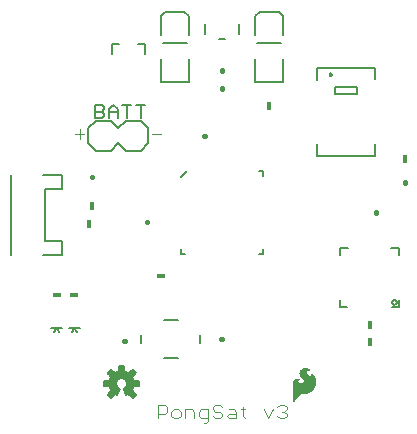
<source format=gto>
G75*
G70*
%OFA0B0*%
%FSLAX24Y24*%
%IPPOS*%
%LPD*%
%AMOC8*
5,1,8,0,0,1.08239X$1,22.5*
%
%ADD10C,0.0040*%
%ADD11C,0.0080*%
%ADD12C,0.0160*%
%ADD13R,0.0160X0.0280*%
%ADD14R,0.0280X0.0160*%
%ADD15C,0.0050*%
%ADD16C,0.0059*%
%ADD17C,0.0010*%
D10*
X005688Y004377D02*
X005688Y004838D01*
X005918Y004838D01*
X005995Y004761D01*
X005995Y004607D01*
X005918Y004531D01*
X005688Y004531D01*
X006148Y004607D02*
X006148Y004454D01*
X006225Y004377D01*
X006378Y004377D01*
X006455Y004454D01*
X006455Y004607D01*
X006378Y004684D01*
X006225Y004684D01*
X006148Y004607D01*
X006609Y004684D02*
X006609Y004377D01*
X006915Y004377D02*
X006915Y004607D01*
X006839Y004684D01*
X006609Y004684D01*
X007069Y004607D02*
X007069Y004454D01*
X007146Y004377D01*
X007376Y004377D01*
X007376Y004301D02*
X007376Y004684D01*
X007146Y004684D01*
X007069Y004607D01*
X007222Y004224D02*
X007299Y004224D01*
X007376Y004301D01*
X007529Y004454D02*
X007606Y004377D01*
X007759Y004377D01*
X007836Y004454D01*
X007836Y004531D01*
X007759Y004607D01*
X007606Y004607D01*
X007529Y004684D01*
X007529Y004761D01*
X007606Y004838D01*
X007759Y004838D01*
X007836Y004761D01*
X008066Y004684D02*
X008220Y004684D01*
X008297Y004607D01*
X008297Y004377D01*
X008066Y004377D01*
X007990Y004454D01*
X008066Y004531D01*
X008297Y004531D01*
X008450Y004684D02*
X008604Y004684D01*
X008527Y004761D02*
X008527Y004454D01*
X008604Y004377D01*
X009217Y004684D02*
X009371Y004377D01*
X009524Y004684D01*
X009678Y004761D02*
X009755Y004838D01*
X009908Y004838D01*
X009985Y004761D01*
X009985Y004684D01*
X009908Y004607D01*
X009985Y004531D01*
X009985Y004454D01*
X009908Y004377D01*
X009755Y004377D01*
X009678Y004454D01*
X009831Y004607D02*
X009908Y004607D01*
X003085Y013706D02*
X003085Y014013D01*
X002932Y013859D02*
X003239Y013859D01*
X005491Y013859D02*
X005798Y013859D01*
D11*
X005380Y014056D02*
X005380Y013556D01*
X005130Y013306D01*
X004630Y013306D01*
X004380Y013556D01*
X004130Y013306D01*
X003630Y013306D01*
X003380Y013556D01*
X003380Y014056D01*
X003630Y014306D01*
X004130Y014306D01*
X004380Y014056D01*
X004630Y014306D01*
X005130Y014306D01*
X005380Y014056D01*
X005786Y015578D02*
X005786Y016365D01*
X005266Y016538D02*
X005266Y016853D01*
X005030Y016853D01*
X004400Y016853D02*
X004164Y016853D01*
X004164Y016538D01*
X005786Y017153D02*
X005786Y017782D01*
X005943Y017940D01*
X006573Y017940D01*
X006731Y017782D01*
X006731Y017153D01*
X007273Y017180D02*
X007273Y017518D01*
X007727Y017030D02*
X007939Y017030D01*
X008393Y017180D02*
X008393Y017518D01*
X008935Y017782D02*
X008935Y017153D01*
X008935Y017782D02*
X009093Y017940D01*
X009723Y017940D01*
X009880Y017782D01*
X009880Y017153D01*
X009880Y016365D02*
X009880Y015578D01*
X008935Y015578D01*
X008935Y016365D01*
X011006Y016050D02*
X011006Y015676D01*
X011006Y016050D02*
X012928Y016050D01*
X012928Y015696D01*
X012341Y015424D02*
X012341Y015188D01*
X011593Y015188D01*
X011593Y015424D01*
X012341Y015424D01*
X011422Y015842D02*
X011424Y015853D01*
X011429Y015864D01*
X011437Y015872D01*
X011448Y015877D01*
X011459Y015879D01*
X011470Y015877D01*
X011481Y015872D01*
X011489Y015864D01*
X011494Y015853D01*
X011496Y015842D01*
X011494Y015831D01*
X011489Y015820D01*
X011481Y015812D01*
X011470Y015807D01*
X011459Y015805D01*
X011448Y015807D01*
X011437Y015812D01*
X011429Y015820D01*
X011424Y015831D01*
X011422Y015842D01*
X011006Y013511D02*
X011006Y013137D01*
X012928Y013137D01*
X012928Y013511D01*
X013463Y010066D02*
X013739Y010066D01*
X013739Y009830D01*
X013739Y008334D02*
X013739Y008097D01*
X013502Y008097D01*
X012006Y008097D02*
X011770Y008097D01*
X011770Y008334D01*
X011770Y009830D02*
X011770Y010066D01*
X012046Y010066D01*
X009211Y010027D02*
X009211Y009869D01*
X009054Y009869D01*
X009211Y012468D02*
X009211Y012625D01*
X009054Y012625D01*
X006652Y012625D02*
X006455Y012428D01*
X006455Y010027D02*
X006455Y009869D01*
X006613Y009869D01*
X006358Y007656D02*
X005886Y007656D01*
X005138Y007145D02*
X005138Y006908D01*
X005886Y006397D02*
X006358Y006397D01*
X007106Y006908D02*
X007106Y007145D01*
X003093Y007377D02*
X002912Y007377D01*
X003004Y007255D01*
X002912Y007377D02*
X002731Y007377D01*
X002826Y007255D02*
X002902Y007371D01*
X002502Y007377D02*
X002321Y007377D01*
X002413Y007255D01*
X002321Y007377D02*
X002140Y007377D01*
X002235Y007255D02*
X002311Y007371D01*
X002497Y009810D02*
X001867Y009810D01*
X001946Y010282D02*
X002497Y010282D01*
X002497Y009810D01*
X001946Y010282D02*
X001946Y012015D01*
X002497Y012015D01*
X002497Y012487D01*
X001867Y012487D01*
X000804Y012487D02*
X000804Y009810D01*
X005786Y015578D02*
X006731Y015578D01*
X006731Y016365D01*
D12*
X007833Y015983D02*
X007833Y015959D01*
X007833Y015393D02*
X007833Y015369D01*
X007255Y013806D02*
X007231Y013806D01*
X005345Y010931D02*
X005321Y010931D01*
X003502Y012416D02*
X003502Y012440D01*
X004569Y006946D02*
X004593Y006946D01*
X007807Y007027D02*
X007831Y007027D01*
X012951Y011235D02*
X012951Y011259D01*
X013935Y012219D02*
X013935Y012243D01*
D13*
X013935Y013019D03*
X009408Y014790D03*
X003494Y011464D03*
X003395Y010849D03*
X012754Y007507D03*
X012754Y006916D03*
D14*
X005802Y009129D03*
X002912Y008491D03*
X002321Y008491D03*
D15*
X003594Y014383D02*
X003819Y014383D01*
X003894Y014458D01*
X003894Y014533D01*
X003819Y014608D01*
X003594Y014608D01*
X003594Y014383D02*
X003594Y014833D01*
X003819Y014833D01*
X003894Y014758D01*
X003894Y014683D01*
X003819Y014608D01*
X004054Y014608D02*
X004354Y014608D01*
X004354Y014683D02*
X004354Y014383D01*
X004354Y014683D02*
X004204Y014833D01*
X004054Y014683D01*
X004054Y014383D01*
X004515Y014833D02*
X004815Y014833D01*
X004665Y014833D02*
X004665Y014383D01*
X004975Y014833D02*
X005275Y014833D01*
X005125Y014833D02*
X005125Y014383D01*
X005858Y016909D02*
X006658Y016909D01*
X009008Y016909D02*
X009808Y016909D01*
X013502Y008255D02*
X013504Y008273D01*
X013510Y008289D01*
X013519Y008304D01*
X013532Y008317D01*
X013547Y008326D01*
X013563Y008332D01*
X013581Y008334D01*
X013599Y008332D01*
X013615Y008326D01*
X013630Y008317D01*
X013643Y008304D01*
X013652Y008289D01*
X013658Y008273D01*
X013660Y008255D01*
X013658Y008237D01*
X013652Y008221D01*
X013643Y008206D01*
X013630Y008193D01*
X013615Y008184D01*
X013599Y008178D01*
X013581Y008176D01*
X013563Y008178D01*
X013547Y008184D01*
X013532Y008193D01*
X013519Y008206D01*
X013510Y008221D01*
X013504Y008237D01*
X013502Y008255D01*
D16*
X004271Y005194D02*
X004123Y005073D01*
X004021Y005175D01*
X004142Y005323D01*
X004111Y005383D01*
X004091Y005447D01*
X003900Y005466D01*
X003900Y005610D01*
X004091Y005630D01*
X004111Y005694D01*
X004142Y005754D01*
X004021Y005902D01*
X004123Y006004D01*
X004271Y005883D01*
X004331Y005914D01*
X004395Y005934D01*
X004415Y006125D01*
X004559Y006125D01*
X004578Y005934D01*
X004642Y005914D01*
X004702Y005883D01*
X004850Y006004D01*
X004952Y005902D01*
X004831Y005754D01*
X004862Y005694D01*
X004882Y005630D01*
X005073Y005610D01*
X005073Y005466D01*
X004882Y005447D01*
X004862Y005383D01*
X004831Y005323D01*
X004952Y005175D01*
X004850Y005073D01*
X004702Y005194D01*
X004642Y005163D01*
X004557Y005368D01*
X004596Y005390D01*
X004628Y005420D01*
X004652Y005457D01*
X004667Y005498D01*
X004671Y005542D01*
X004665Y005586D01*
X004648Y005627D01*
X004623Y005663D01*
X004589Y005692D01*
X004550Y005712D01*
X004507Y005722D01*
X004463Y005721D01*
X004420Y005710D01*
X004381Y005690D01*
X004348Y005660D01*
X004323Y005624D01*
X004307Y005582D01*
X004302Y005538D01*
X004307Y005495D01*
X004322Y005455D01*
X004346Y005419D01*
X004378Y005389D01*
X004416Y005368D01*
X004331Y005163D01*
X004271Y005194D01*
X004256Y005181D02*
X004027Y005181D01*
X004072Y005124D02*
X004185Y005124D01*
X004296Y005181D02*
X004339Y005181D01*
X004363Y005239D02*
X004074Y005239D01*
X004121Y005297D02*
X004386Y005297D01*
X004410Y005354D02*
X004126Y005354D01*
X004102Y005412D02*
X004354Y005412D01*
X004317Y005469D02*
X003900Y005469D01*
X003900Y005527D02*
X004303Y005527D01*
X004308Y005584D02*
X003900Y005584D01*
X004046Y005872D02*
X004928Y005872D01*
X004924Y005930D02*
X004759Y005930D01*
X004830Y005987D02*
X004867Y005987D01*
X004881Y005815D02*
X004093Y005815D01*
X004139Y005757D02*
X004834Y005757D01*
X004859Y005699D02*
X004574Y005699D01*
X004638Y005642D02*
X004878Y005642D01*
X005073Y005584D02*
X004665Y005584D01*
X004670Y005527D02*
X005073Y005527D01*
X005073Y005469D02*
X004656Y005469D01*
X004619Y005412D02*
X004871Y005412D01*
X004847Y005354D02*
X004563Y005354D01*
X004587Y005297D02*
X004853Y005297D01*
X004900Y005239D02*
X004611Y005239D01*
X004634Y005181D02*
X004677Y005181D01*
X004717Y005181D02*
X004947Y005181D01*
X004901Y005124D02*
X004788Y005124D01*
X004335Y005642D02*
X004095Y005642D01*
X004114Y005699D02*
X004399Y005699D01*
X004382Y005930D02*
X004592Y005930D01*
X004573Y005987D02*
X004401Y005987D01*
X004407Y006045D02*
X004567Y006045D01*
X004561Y006102D02*
X004412Y006102D01*
X004214Y005930D02*
X004049Y005930D01*
X004106Y005987D02*
X004143Y005987D01*
D17*
X010195Y005546D02*
X010195Y004949D01*
X010387Y005165D01*
X010421Y005196D01*
X010461Y005220D01*
X010476Y005225D01*
X010491Y005228D01*
X010581Y005228D01*
X010635Y005233D01*
X010687Y005247D01*
X010735Y005271D01*
X010781Y005303D01*
X010821Y005341D01*
X010856Y005385D01*
X010894Y005451D01*
X010918Y005523D01*
X010930Y005598D01*
X010927Y005674D01*
X010919Y005715D01*
X010905Y005754D01*
X010885Y005791D01*
X010850Y005836D01*
X010805Y005872D01*
X010805Y005837D01*
X010805Y005831D01*
X010802Y005826D01*
X010791Y005811D01*
X010775Y005801D01*
X010767Y005798D01*
X010745Y005795D01*
X010722Y005800D01*
X010702Y005810D01*
X010666Y005836D01*
X010650Y005850D01*
X010635Y005867D01*
X010624Y005886D01*
X010615Y005906D01*
X010613Y005919D01*
X010613Y005932D01*
X010620Y005954D01*
X010632Y005973D01*
X010648Y005988D01*
X010668Y005999D01*
X010688Y006005D01*
X010709Y006007D01*
X010733Y006007D01*
X010732Y006008D01*
X010715Y006021D01*
X010695Y006030D01*
X010681Y006036D01*
X010672Y006040D01*
X010638Y006048D01*
X010602Y006052D01*
X010568Y006049D01*
X010535Y006040D01*
X010504Y006025D01*
X010474Y006003D01*
X010446Y005977D01*
X010429Y005953D01*
X010419Y005926D01*
X010415Y005897D01*
X010419Y005868D01*
X010430Y005841D01*
X010477Y005772D01*
X010534Y005711D01*
X010549Y005693D01*
X010559Y005672D01*
X010564Y005649D01*
X010562Y005626D01*
X010554Y005604D01*
X010541Y005585D01*
X010523Y005570D01*
X010501Y005558D01*
X010477Y005550D01*
X010452Y005546D01*
X010423Y005547D01*
X010395Y005556D01*
X010370Y005571D01*
X010357Y005585D01*
X010348Y005602D01*
X010344Y005619D01*
X010344Y005637D01*
X010348Y005655D01*
X010352Y005662D01*
X010357Y005667D01*
X010390Y005691D01*
X010396Y005694D01*
X010403Y005696D01*
X010410Y005695D01*
X010409Y005695D01*
X010410Y005695D02*
X010391Y005698D01*
X010354Y005701D01*
X010317Y005698D01*
X010290Y005691D01*
X010264Y005678D01*
X010373Y005678D01*
X010384Y005686D02*
X010281Y005686D01*
X010264Y005678D02*
X010242Y005660D01*
X010223Y005639D01*
X010208Y005610D01*
X010198Y005579D01*
X010195Y005546D01*
X010195Y005542D02*
X010921Y005542D01*
X010922Y005550D02*
X010479Y005550D01*
X010503Y005559D02*
X010924Y005559D01*
X010925Y005567D02*
X010519Y005567D01*
X010530Y005576D02*
X010926Y005576D01*
X010928Y005584D02*
X010540Y005584D01*
X010546Y005593D02*
X010929Y005593D01*
X010930Y005601D02*
X010552Y005601D01*
X010556Y005610D02*
X010929Y005610D01*
X010929Y005618D02*
X010559Y005618D01*
X010562Y005627D02*
X010929Y005627D01*
X010928Y005635D02*
X010563Y005635D01*
X010563Y005644D02*
X010928Y005644D01*
X010928Y005652D02*
X010563Y005652D01*
X010561Y005661D02*
X010928Y005661D01*
X010927Y005669D02*
X010560Y005669D01*
X010557Y005678D02*
X010926Y005678D01*
X010925Y005686D02*
X010553Y005686D01*
X010548Y005695D02*
X010923Y005695D01*
X010921Y005703D02*
X010541Y005703D01*
X010533Y005712D02*
X010920Y005712D01*
X010917Y005720D02*
X010525Y005720D01*
X010517Y005729D02*
X010914Y005729D01*
X010911Y005737D02*
X010509Y005737D01*
X010501Y005746D02*
X010908Y005746D01*
X010905Y005754D02*
X010493Y005754D01*
X010485Y005763D02*
X010900Y005763D01*
X010896Y005771D02*
X010477Y005771D01*
X010471Y005780D02*
X010891Y005780D01*
X010887Y005788D02*
X010466Y005788D01*
X010460Y005797D02*
X010736Y005797D01*
X010759Y005797D02*
X010880Y005797D01*
X010874Y005805D02*
X010782Y005805D01*
X010793Y005814D02*
X010867Y005814D01*
X010860Y005822D02*
X010800Y005822D01*
X010804Y005831D02*
X010853Y005831D01*
X010845Y005839D02*
X010805Y005839D01*
X010805Y005848D02*
X010835Y005848D01*
X010824Y005856D02*
X010805Y005856D01*
X010805Y005865D02*
X010814Y005865D01*
X010711Y005805D02*
X010454Y005805D01*
X010448Y005814D02*
X010697Y005814D01*
X010685Y005822D02*
X010443Y005822D01*
X010437Y005831D02*
X010673Y005831D01*
X010662Y005839D02*
X010431Y005839D01*
X010427Y005848D02*
X010652Y005848D01*
X010644Y005856D02*
X010424Y005856D01*
X010420Y005865D02*
X010637Y005865D01*
X010631Y005873D02*
X010419Y005873D01*
X010417Y005882D02*
X010626Y005882D01*
X010622Y005890D02*
X010416Y005890D01*
X010416Y005899D02*
X010618Y005899D01*
X010615Y005907D02*
X010417Y005907D01*
X010418Y005916D02*
X010613Y005916D01*
X010613Y005924D02*
X010419Y005924D01*
X010422Y005933D02*
X010614Y005933D01*
X010616Y005941D02*
X010425Y005941D01*
X010428Y005950D02*
X010619Y005950D01*
X010623Y005958D02*
X010433Y005958D01*
X010439Y005967D02*
X010628Y005967D01*
X010635Y005975D02*
X010445Y005975D01*
X010454Y005984D02*
X010644Y005984D01*
X010656Y005992D02*
X010463Y005992D01*
X010472Y006001D02*
X010676Y006001D01*
X010683Y006035D02*
X010525Y006035D01*
X010508Y006026D02*
X010703Y006026D01*
X010719Y006018D02*
X010495Y006018D01*
X010483Y006009D02*
X010730Y006009D01*
X010733Y006007D02*
X010733Y006007D01*
X010658Y006043D02*
X010547Y006043D01*
X010400Y005695D02*
X010306Y005695D01*
X010352Y005661D02*
X010242Y005661D01*
X010235Y005652D02*
X010348Y005652D01*
X010346Y005644D02*
X010228Y005644D01*
X010221Y005635D02*
X010344Y005635D01*
X010344Y005627D02*
X010217Y005627D01*
X010212Y005618D02*
X010345Y005618D01*
X010347Y005610D02*
X010208Y005610D01*
X010205Y005601D02*
X010349Y005601D01*
X010353Y005593D02*
X010202Y005593D01*
X010200Y005584D02*
X010357Y005584D01*
X010365Y005576D02*
X010198Y005576D01*
X010197Y005567D02*
X010376Y005567D01*
X010390Y005559D02*
X010196Y005559D01*
X010196Y005550D02*
X010413Y005550D01*
X010361Y005669D02*
X010253Y005669D01*
X010195Y005533D02*
X010920Y005533D01*
X010919Y005525D02*
X010195Y005525D01*
X010195Y005516D02*
X010916Y005516D01*
X010913Y005508D02*
X010195Y005508D01*
X010195Y005499D02*
X010910Y005499D01*
X010907Y005491D02*
X010195Y005491D01*
X010195Y005482D02*
X010904Y005482D01*
X010901Y005474D02*
X010195Y005474D01*
X010195Y005465D02*
X010899Y005465D01*
X010896Y005457D02*
X010195Y005457D01*
X010195Y005448D02*
X010892Y005448D01*
X010887Y005440D02*
X010195Y005440D01*
X010195Y005431D02*
X010883Y005431D01*
X010878Y005423D02*
X010195Y005423D01*
X010195Y005414D02*
X010873Y005414D01*
X010868Y005406D02*
X010195Y005406D01*
X010195Y005397D02*
X010863Y005397D01*
X010859Y005389D02*
X010195Y005389D01*
X010195Y005380D02*
X010853Y005380D01*
X010846Y005372D02*
X010195Y005372D01*
X010195Y005363D02*
X010839Y005363D01*
X010832Y005355D02*
X010195Y005355D01*
X010195Y005346D02*
X010826Y005346D01*
X010818Y005338D02*
X010195Y005338D01*
X010195Y005329D02*
X010809Y005329D01*
X010800Y005321D02*
X010195Y005321D01*
X010195Y005312D02*
X010791Y005312D01*
X010782Y005304D02*
X010195Y005304D01*
X010195Y005295D02*
X010770Y005295D01*
X010758Y005287D02*
X010195Y005287D01*
X010195Y005278D02*
X010746Y005278D01*
X010733Y005270D02*
X010195Y005270D01*
X010195Y005261D02*
X010716Y005261D01*
X010699Y005253D02*
X010195Y005253D01*
X010195Y005244D02*
X010677Y005244D01*
X010646Y005236D02*
X010195Y005236D01*
X010195Y005227D02*
X010489Y005227D01*
X010460Y005219D02*
X010195Y005219D01*
X010195Y005210D02*
X010445Y005210D01*
X010431Y005202D02*
X010195Y005202D01*
X010195Y005193D02*
X010418Y005193D01*
X010409Y005185D02*
X010195Y005185D01*
X010195Y005176D02*
X010400Y005176D01*
X010391Y005168D02*
X010195Y005168D01*
X010195Y005159D02*
X010382Y005159D01*
X010375Y005151D02*
X010195Y005151D01*
X010195Y005142D02*
X010367Y005142D01*
X010360Y005134D02*
X010195Y005134D01*
X010195Y005125D02*
X010352Y005125D01*
X010345Y005117D02*
X010195Y005117D01*
X010195Y005108D02*
X010337Y005108D01*
X010330Y005100D02*
X010195Y005100D01*
X010195Y005091D02*
X010322Y005091D01*
X010314Y005083D02*
X010195Y005083D01*
X010195Y005074D02*
X010307Y005074D01*
X010299Y005066D02*
X010195Y005066D01*
X010195Y005057D02*
X010292Y005057D01*
X010284Y005049D02*
X010195Y005049D01*
X010195Y005040D02*
X010277Y005040D01*
X010269Y005032D02*
X010195Y005032D01*
X010195Y005023D02*
X010262Y005023D01*
X010254Y005015D02*
X010195Y005015D01*
X010195Y005006D02*
X010247Y005006D01*
X010239Y004998D02*
X010195Y004998D01*
X010195Y004989D02*
X010231Y004989D01*
X010224Y004981D02*
X010195Y004981D01*
X010195Y004972D02*
X010216Y004972D01*
X010209Y004964D02*
X010195Y004964D01*
X010195Y004955D02*
X010201Y004955D01*
M02*

</source>
